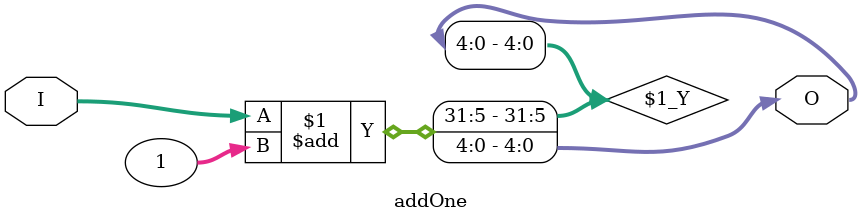
<source format=v>
module addOne
(
    input wire [4:0] I,
    output wire [4:0] O
);
assign O = I + 1;
endmodule
</source>
